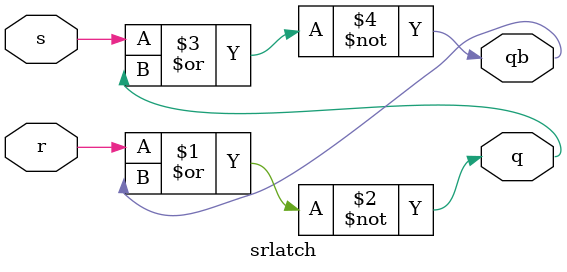
<source format=v>
module srlatch(r,s,q,qb);
	input r,s;
	output q,qb;
	nor(q,r,qb);
	nor(qb,s,q);
endmodule



</source>
